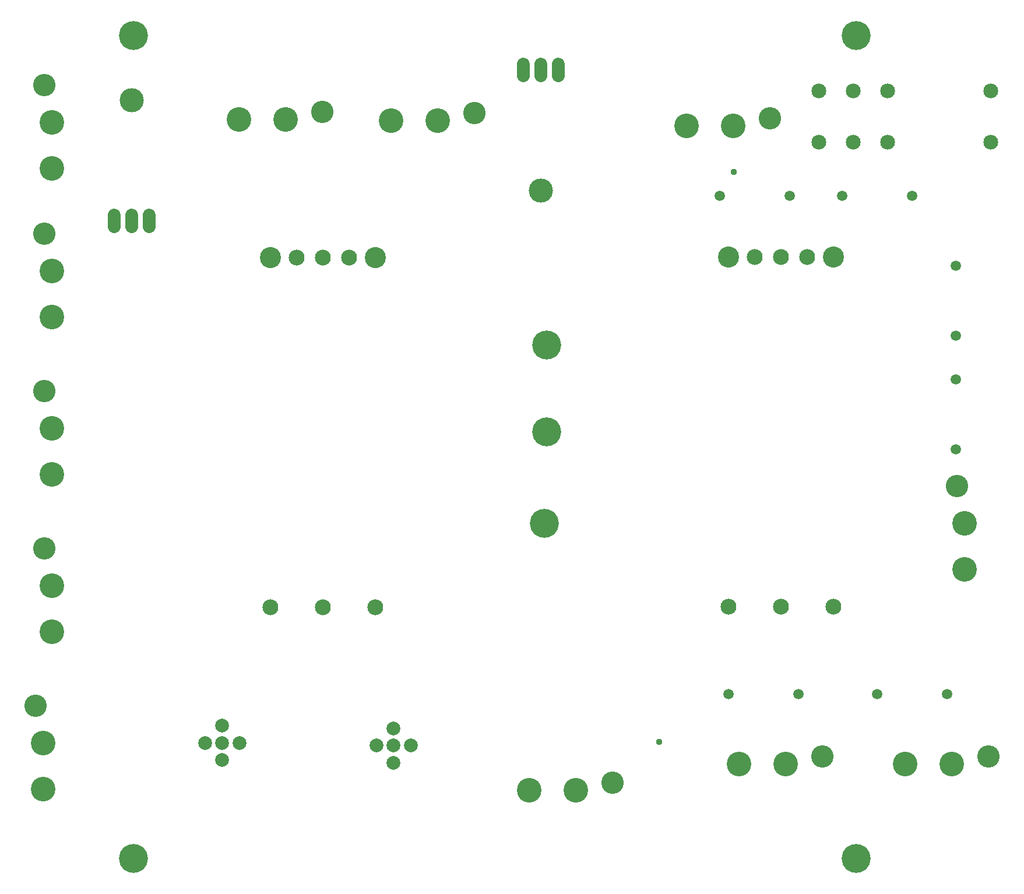
<source format=gbr>
G04 EAGLE Gerber RS-274X export*
G75*
%MOMM*%
%FSLAX34Y34*%
%LPD*%
%INSoldermask Bottom*%
%IPPOS*%
%AMOC8*
5,1,8,0,0,1.08239X$1,22.5*%
G01*
%ADD10C,4.203200*%
%ADD11C,3.578200*%
%ADD12C,3.253200*%
%ADD13C,2.153200*%
%ADD14C,2.303200*%
%ADD15C,3.068200*%
%ADD16C,1.511200*%
%ADD17C,2.003200*%
%ADD18C,1.879600*%
%ADD19C,3.505200*%
%ADD20C,0.959600*%


D10*
X220000Y1910000D03*
X220000Y715000D03*
X1270000Y715000D03*
X1270000Y1910000D03*
X820420Y1334760D03*
X820420Y1460490D03*
X816610Y1201410D03*
D11*
X101600Y1501500D03*
X101600Y1568500D03*
D12*
X90600Y1622500D03*
D11*
X101600Y1717400D03*
X101600Y1784400D03*
D12*
X90600Y1838400D03*
D11*
X594720Y1786890D03*
X661720Y1786890D03*
D12*
X715720Y1797890D03*
D11*
X1023980Y1779270D03*
X1090980Y1779270D03*
D12*
X1144980Y1790270D03*
D13*
X1465580Y1830070D03*
X1315580Y1830070D03*
X1265580Y1830070D03*
X1215580Y1830070D03*
X1215580Y1755070D03*
X1265580Y1755070D03*
X1315580Y1755070D03*
X1465580Y1755070D03*
D11*
X373740Y1788160D03*
X440740Y1788160D03*
D12*
X494740Y1799160D03*
D11*
X101600Y1272900D03*
X101600Y1339900D03*
D12*
X90600Y1393900D03*
D11*
X101600Y1044300D03*
X101600Y1111300D03*
D12*
X90600Y1165300D03*
D11*
X88900Y815700D03*
X88900Y882700D03*
D12*
X77900Y936700D03*
D11*
X1427480Y1134470D03*
X1427480Y1201470D03*
D12*
X1416480Y1255470D03*
D14*
X419100Y1079500D03*
X495300Y1079500D03*
X571500Y1079500D03*
D15*
X571500Y1587500D03*
D14*
X533400Y1587500D03*
X495300Y1587500D03*
X457200Y1587500D03*
D15*
X419100Y1587500D03*
D14*
X1084580Y1080770D03*
X1160780Y1080770D03*
X1236980Y1080770D03*
D15*
X1236980Y1588770D03*
D14*
X1198880Y1588770D03*
X1160780Y1588770D03*
X1122680Y1588770D03*
D15*
X1084580Y1588770D03*
D11*
X795380Y814070D03*
X862380Y814070D03*
D12*
X916380Y825070D03*
D16*
X1186180Y953770D03*
X1084580Y953770D03*
X1071880Y1677670D03*
X1173480Y1677670D03*
X1402080Y953770D03*
X1300480Y953770D03*
X1249680Y1677670D03*
X1351280Y1677670D03*
X1414780Y1309370D03*
X1414780Y1410970D03*
X1414780Y1576070D03*
X1414780Y1474470D03*
D11*
X1100180Y852170D03*
X1167180Y852170D03*
D12*
X1221180Y863170D03*
D11*
X1341480Y852170D03*
X1408480Y852170D03*
D12*
X1462480Y863170D03*
D17*
X323850Y882650D03*
X348850Y907650D03*
X373850Y882650D03*
X348850Y857650D03*
X348850Y882650D03*
X572770Y878840D03*
X597770Y903840D03*
X622770Y878840D03*
X597770Y853840D03*
X597770Y878840D03*
D18*
X836930Y1852168D02*
X836930Y1868932D01*
X811530Y1868932D02*
X811530Y1852168D01*
X786130Y1852168D02*
X786130Y1868932D01*
D19*
X811530Y1685290D03*
D18*
X191770Y1649222D02*
X191770Y1632458D01*
X217170Y1632458D02*
X217170Y1649222D01*
X242570Y1649222D02*
X242570Y1632458D01*
D19*
X217170Y1816100D03*
D20*
X983488Y883666D03*
X1092200Y1711960D03*
M02*

</source>
